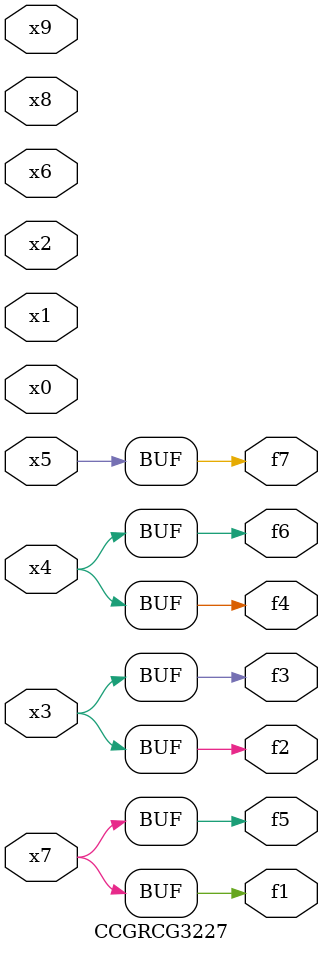
<source format=v>
module CCGRCG3227(
	input x0, x1, x2, x3, x4, x5, x6, x7, x8, x9,
	output f1, f2, f3, f4, f5, f6, f7
);
	assign f1 = x7;
	assign f2 = x3;
	assign f3 = x3;
	assign f4 = x4;
	assign f5 = x7;
	assign f6 = x4;
	assign f7 = x5;
endmodule

</source>
